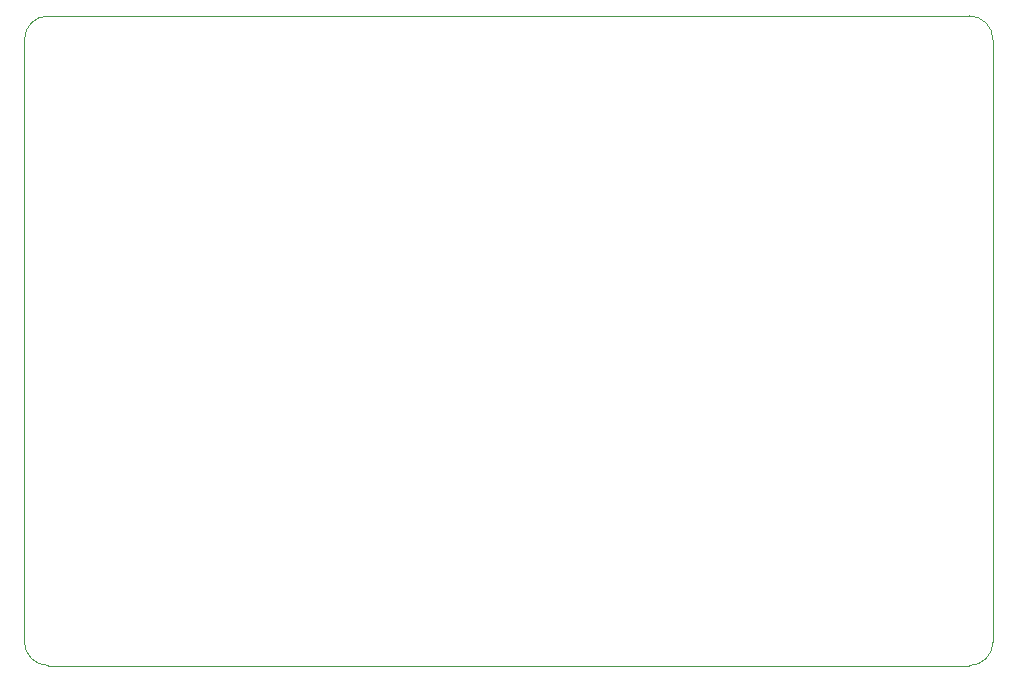
<source format=gm1>
G04 #@! TF.GenerationSoftware,KiCad,Pcbnew,8.0.7*
G04 #@! TF.CreationDate,2025-10-04T20:43:23+01:00*
G04 #@! TF.ProjectId,PulseOximeter,50756c73-654f-4786-996d-657465722e6b,rev?*
G04 #@! TF.SameCoordinates,Original*
G04 #@! TF.FileFunction,Profile,NP*
%FSLAX46Y46*%
G04 Gerber Fmt 4.6, Leading zero omitted, Abs format (unit mm)*
G04 Created by KiCad (PCBNEW 8.0.7) date 2025-10-04 20:43:23*
%MOMM*%
%LPD*%
G01*
G04 APERTURE LIST*
G04 #@! TA.AperFunction,Profile*
%ADD10C,0.038100*%
G04 #@! TD*
G04 APERTURE END LIST*
D10*
X88000000Y-75000000D02*
X88000000Y-126000000D01*
X168000000Y-73000000D02*
G75*
G02*
X170000000Y-75000000I0J-2000000D01*
G01*
X170000000Y-75000000D02*
X170000000Y-126000000D01*
X90000000Y-73000000D02*
X168000000Y-73000000D01*
X90000000Y-128000000D02*
X168000000Y-128000000D01*
X170000000Y-126000000D02*
G75*
G02*
X168000000Y-128000000I-2000000J0D01*
G01*
X88000000Y-75000000D02*
G75*
G02*
X90000000Y-73000000I2000000J0D01*
G01*
X90000000Y-128000000D02*
G75*
G02*
X88000000Y-126000000I0J2000000D01*
G01*
M02*

</source>
